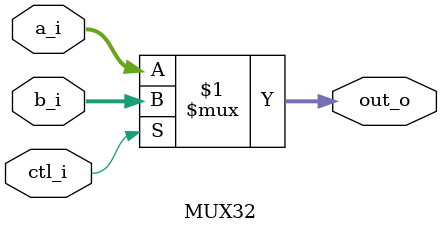
<source format=v>
module MUX32 
(
    input [31:0] a_i,
    input [31:0] b_i,
    input ctl_i,
    output [31:0] out_o
);

assign out_o = ctl_i ? b_i : a_i;

endmodule
</source>
